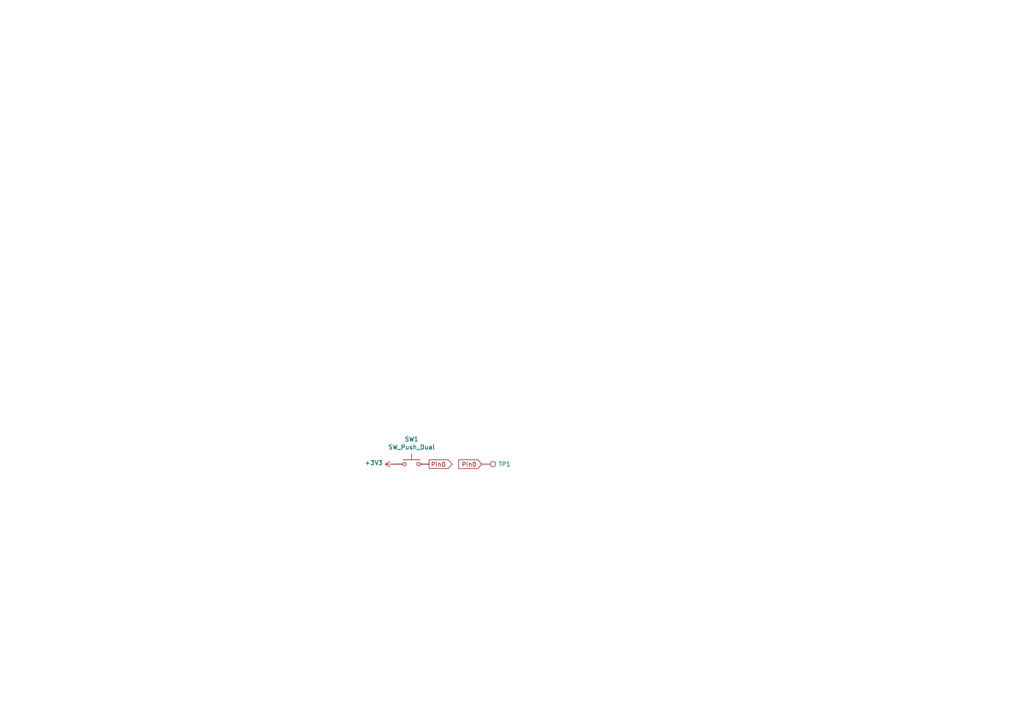
<source format=kicad_sch>
(kicad_sch (version 20211123) (generator eeschema)
  (paper "A4")
  (lib_symbols
    (symbol "Connector:TestPoint" (pin_numbers hide) (pin_names (offset 0.762) hide)
      (property "Reference" "TP" (at 0 6.858 0))
      (property "Value" "TestPoint" (at 0 5.08 0))
      (symbol "TestPoint_0_1"
        (circle (center 0 3.302) (radius 0.762))
      )
      (symbol "TestPoint_1_1"
        (pin passive line (at 0 0 90) (length 2.54) (name "1") (number "1"))
      )
    )
    (symbol "Switch:SW_Push" (pin_numbers hide) (pin_names (offset 1.016) hide)
      (property "Reference" "SW" (at 1.27 2.54 0))
      (property "Value" "SW_Push" (at 0 -1.524 0))
      (symbol "SW_Push_0_1"
        (circle (center -2.032 0) (radius 0.508))
        (polyline (pts (xy 0 1.27) (xy 0 3.048)))
        (polyline (pts (xy 2.54 1.27) (xy -2.54 1.27)))
        (circle (center 2.032 0) (radius 0.508))
        (pin passive line (at -5.08 0 0) (length 2.54) (name "1") (number "1"))
        (pin passive line (at 5.08 0 180) (length 2.54) (name "2") (number "2"))
      )
    )
    (symbol "power:+3V3" (power) (pin_names (offset 0))
      (property "Value" "+3V3" (at 0 3.556 0))
      (symbol "+3V3_0_1"
        (polyline (pts (xy -0.762 1.27) (xy 0 2.54)))
        (polyline (pts (xy 0 0) (xy 0 2.54)))
        (polyline (pts (xy 0 2.54) (xy 0.762 1.27)))
      )
      (symbol "+3V3_1_1"
        (pin power_in line (at 0 0 90) (length 0) hide (name "+3V3") (number "1"))
      )
    )
  )
  (global_label "Pin0" (shape output) (at 124.46 134.62 0) (property "Intersheet References" "${INTERSHEET_REFS}" (effects hide)))
  (global_label "Pin0" (shape input) (at 139.7 134.62 180) (property "Intersheet References" "${INTERSHEET_REFS}" (effects hide)))
  (symbol (lib_id "Switch:SW_Push") (at 119.38 134.62 0) (unit 1)
    (property "Reference" "SW1" (at 119.38 127.381 0))
    (property "Value" "SW_Push_Dual" (at 119.38 129.6924 0))
    (property "Footprint" "Button_Switch_THT:SW_PUSH_6mm_H7.3mm" (effects hide))
    (property "Datasheet" "https://sten-eswitch-13110800-production.s3.amazonaws.com/system/asset/product_line/data_sheet/144/TL1105.pdf" (effects hide))
    (property "Device" "Tactile Switch" (effects hide))
    (property "Description" "SWITCH TACTILE SPST-NO 0.05A 12V" (effects hide))
    (property "Place" "No" (effects hide))
    (property "Dist" "Digikey" (effects hide))
    (property "DistPartNumber" "EG1862-ND" (effects hide))
    (property "DistLink" "https://www.digikey.de/product-detail/en/e-switch/TL1105SPF250Q/EG1862-ND/271559" (effects hide))
  )
  (symbol (lib_id "power:+3V3") (at 114.3 134.62 90) (unit 1)
    (property "Reference" "#PWR?" (effects hide))
    (property "Value" "+3V3" (at 111.0488 134.239 90) (effects (justify left)))
  )
  (symbol (lib_id "Connector:TestPoint") (at 139.7 134.62 270) (unit 1) (in_bom no)
    (property "Reference" "TP1" (at 144.4752 134.62 90) (effects (justify left)))
    (property "Value" "TestPoint" (effects hide))
    (property "Footprint" "TestPoint:TestPoint_Pad_D1.5mm" (effects hide))
  )
)
</source>
